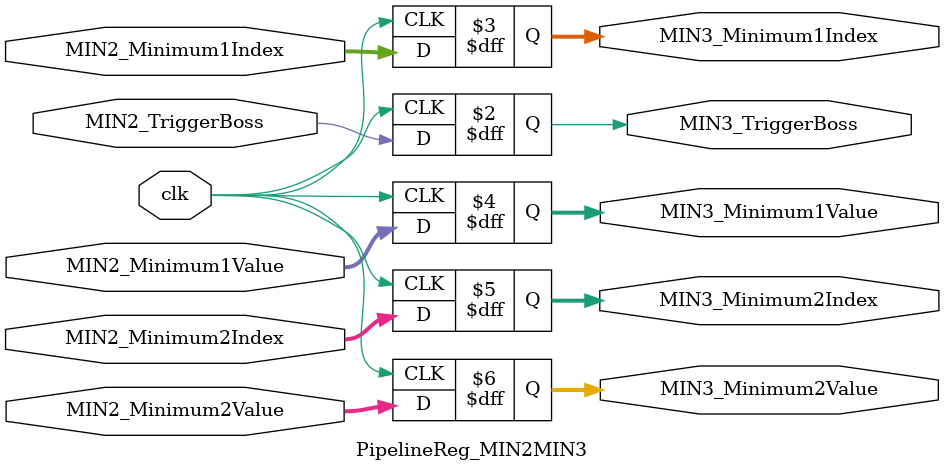
<source format=v>
`timescale 1ns / 1ps

module PipelineReg_MIN2MIN3(
    input clk,
    input MIN2_TriggerBoss,
    input [15:0] MIN2_Minimum1Index,
    input [13:0] MIN2_Minimum1Value,
    input [15:0] MIN2_Minimum2Index,
    input [13:0] MIN2_Minimum2Value,
    output reg MIN3_TriggerBoss,
    output reg [15:0] MIN3_Minimum1Index,
    output reg [13:0] MIN3_Minimum1Value,
    output reg [15:0] MIN3_Minimum2Index,
    output reg [13:0] MIN3_Minimum2Value
);

always @(posedge clk) begin
    MIN3_TriggerBoss <= MIN2_TriggerBoss;
    MIN3_Minimum1Index <= MIN2_Minimum1Index;
    MIN3_Minimum1Value <= MIN2_Minimum1Value;
    MIN3_Minimum2Index <= MIN2_Minimum2Index;
    MIN3_Minimum2Value <= MIN2_Minimum2Value;
end
    

endmodule
</source>
